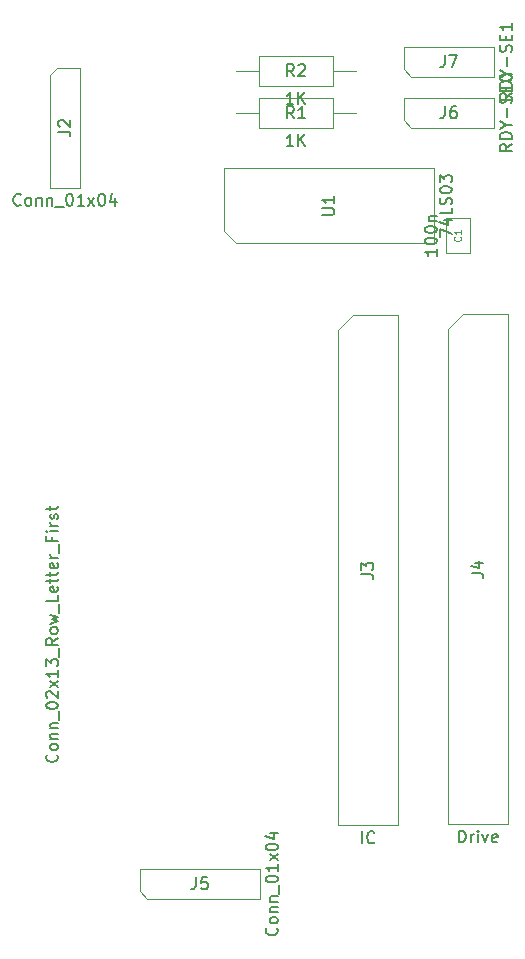
<source format=gbr>
%TF.GenerationSoftware,KiCad,Pcbnew,(5.1.10)-1*%
%TF.CreationDate,2024-05-08T08:20:22+02:00*%
%TF.ProjectId,KC85-FDD_IN,4b433835-2d46-4444-945f-494e2e6b6963,rev?*%
%TF.SameCoordinates,Original*%
%TF.FileFunction,Other,Fab,Top*%
%FSLAX46Y46*%
G04 Gerber Fmt 4.6, Leading zero omitted, Abs format (unit mm)*
G04 Created by KiCad (PCBNEW (5.1.10)-1) date 2024-05-08 08:20:22*
%MOMM*%
%LPD*%
G01*
G04 APERTURE LIST*
%ADD10C,0.100000*%
%ADD11C,0.150000*%
%ADD12C,0.090000*%
G04 APERTURE END LIST*
D10*
%TO.C,U1*%
X112506000Y-95631000D02*
X111506000Y-94631000D01*
X129286000Y-95631000D02*
X112506000Y-95631000D01*
X129286000Y-89281000D02*
X129286000Y-95631000D01*
X111506000Y-89281000D02*
X129286000Y-89281000D01*
X111506000Y-94631000D02*
X111506000Y-89281000D01*
%TO.C,R2*%
X122682000Y-81026000D02*
X120752000Y-81026000D01*
X112522000Y-81026000D02*
X114452000Y-81026000D01*
X120752000Y-79776000D02*
X114452000Y-79776000D01*
X120752000Y-82276000D02*
X120752000Y-79776000D01*
X114452000Y-82276000D02*
X120752000Y-82276000D01*
X114452000Y-79776000D02*
X114452000Y-82276000D01*
%TO.C,R1*%
X122682000Y-84582000D02*
X120752000Y-84582000D01*
X112522000Y-84582000D02*
X114452000Y-84582000D01*
X120752000Y-83332000D02*
X114452000Y-83332000D01*
X120752000Y-85832000D02*
X120752000Y-83332000D01*
X114452000Y-85832000D02*
X120752000Y-85832000D01*
X114452000Y-83332000D02*
X114452000Y-85832000D01*
%TO.C,J7*%
X127381000Y-81534000D02*
X126746000Y-80899000D01*
X134366000Y-81534000D02*
X127381000Y-81534000D01*
X134366000Y-78994000D02*
X134366000Y-81534000D01*
X126746000Y-78994000D02*
X134366000Y-78994000D01*
X126746000Y-80899000D02*
X126746000Y-78994000D01*
%TO.C,J6*%
X127381000Y-85852000D02*
X126746000Y-85217000D01*
X134366000Y-85852000D02*
X127381000Y-85852000D01*
X134366000Y-83312000D02*
X134366000Y-85852000D01*
X126746000Y-83312000D02*
X134366000Y-83312000D01*
X126746000Y-85217000D02*
X126746000Y-83312000D01*
%TO.C,J5*%
X105029000Y-151130000D02*
X104394000Y-150495000D01*
X114554000Y-151130000D02*
X105029000Y-151130000D01*
X114554000Y-148590000D02*
X114554000Y-151130000D01*
X104394000Y-148590000D02*
X114554000Y-148590000D01*
X104394000Y-150495000D02*
X104394000Y-148590000D01*
%TO.C,J4*%
X130482000Y-102926000D02*
X131752000Y-101656000D01*
X130482000Y-144836000D02*
X130482000Y-102926000D01*
X135562000Y-144836000D02*
X130482000Y-144836000D01*
X135562000Y-101656000D02*
X135562000Y-144836000D01*
X131752000Y-101656000D02*
X135562000Y-101656000D01*
%TO.C,J2*%
X96774000Y-81407000D02*
X97409000Y-80772000D01*
X96774000Y-90932000D02*
X96774000Y-81407000D01*
X99314000Y-90932000D02*
X96774000Y-90932000D01*
X99314000Y-80772000D02*
X99314000Y-90932000D01*
X97409000Y-80772000D02*
X99314000Y-80772000D01*
%TO.C,C1*%
X132318000Y-96476000D02*
X132318000Y-93476000D01*
X130318000Y-96476000D02*
X132318000Y-96476000D01*
X130318000Y-93476000D02*
X130318000Y-96476000D01*
X132318000Y-93476000D02*
X130318000Y-93476000D01*
%TO.C,J3*%
X122427000Y-101735001D02*
X126237000Y-101735001D01*
X126237000Y-101735001D02*
X126237000Y-144915001D01*
X126237000Y-144915001D02*
X121157000Y-144915001D01*
X121157000Y-144915001D02*
X121157000Y-103005001D01*
X121157000Y-103005001D02*
X122427000Y-101735001D01*
%TD*%
%TO.C,U1*%
D11*
X129798380Y-95098857D02*
X129798380Y-94432190D01*
X130798380Y-94860761D01*
X130131714Y-93622666D02*
X130798380Y-93622666D01*
X129750761Y-93860761D02*
X130465047Y-94098857D01*
X130465047Y-93479809D01*
X130798380Y-92622666D02*
X130798380Y-93098857D01*
X129798380Y-93098857D01*
X130750761Y-92336952D02*
X130798380Y-92194095D01*
X130798380Y-91956000D01*
X130750761Y-91860761D01*
X130703142Y-91813142D01*
X130607904Y-91765523D01*
X130512666Y-91765523D01*
X130417428Y-91813142D01*
X130369809Y-91860761D01*
X130322190Y-91956000D01*
X130274571Y-92146476D01*
X130226952Y-92241714D01*
X130179333Y-92289333D01*
X130084095Y-92336952D01*
X129988857Y-92336952D01*
X129893619Y-92289333D01*
X129846000Y-92241714D01*
X129798380Y-92146476D01*
X129798380Y-91908380D01*
X129846000Y-91765523D01*
X129798380Y-91146476D02*
X129798380Y-91051238D01*
X129846000Y-90956000D01*
X129893619Y-90908380D01*
X129988857Y-90860761D01*
X130179333Y-90813142D01*
X130417428Y-90813142D01*
X130607904Y-90860761D01*
X130703142Y-90908380D01*
X130750761Y-90956000D01*
X130798380Y-91051238D01*
X130798380Y-91146476D01*
X130750761Y-91241714D01*
X130703142Y-91289333D01*
X130607904Y-91336952D01*
X130417428Y-91384571D01*
X130179333Y-91384571D01*
X129988857Y-91336952D01*
X129893619Y-91289333D01*
X129846000Y-91241714D01*
X129798380Y-91146476D01*
X129798380Y-90479809D02*
X129798380Y-89860761D01*
X130179333Y-90194095D01*
X130179333Y-90051238D01*
X130226952Y-89956000D01*
X130274571Y-89908380D01*
X130369809Y-89860761D01*
X130607904Y-89860761D01*
X130703142Y-89908380D01*
X130750761Y-89956000D01*
X130798380Y-90051238D01*
X130798380Y-90336952D01*
X130750761Y-90432190D01*
X130703142Y-90479809D01*
X119848380Y-93217904D02*
X120657904Y-93217904D01*
X120753142Y-93170285D01*
X120800761Y-93122666D01*
X120848380Y-93027428D01*
X120848380Y-92836952D01*
X120800761Y-92741714D01*
X120753142Y-92694095D01*
X120657904Y-92646476D01*
X119848380Y-92646476D01*
X120848380Y-91646476D02*
X120848380Y-92217904D01*
X120848380Y-91932190D02*
X119848380Y-91932190D01*
X119991238Y-92027428D01*
X120086476Y-92122666D01*
X120134095Y-92217904D01*
%TO.C,R2*%
X117387714Y-83848380D02*
X116816285Y-83848380D01*
X117102000Y-83848380D02*
X117102000Y-82848380D01*
X117006761Y-82991238D01*
X116911523Y-83086476D01*
X116816285Y-83134095D01*
X117816285Y-83848380D02*
X117816285Y-82848380D01*
X118387714Y-83848380D02*
X117959142Y-83276952D01*
X118387714Y-82848380D02*
X117816285Y-83419809D01*
X117435333Y-81478380D02*
X117102000Y-81002190D01*
X116863904Y-81478380D02*
X116863904Y-80478380D01*
X117244857Y-80478380D01*
X117340095Y-80526000D01*
X117387714Y-80573619D01*
X117435333Y-80668857D01*
X117435333Y-80811714D01*
X117387714Y-80906952D01*
X117340095Y-80954571D01*
X117244857Y-81002190D01*
X116863904Y-81002190D01*
X117816285Y-80573619D02*
X117863904Y-80526000D01*
X117959142Y-80478380D01*
X118197238Y-80478380D01*
X118292476Y-80526000D01*
X118340095Y-80573619D01*
X118387714Y-80668857D01*
X118387714Y-80764095D01*
X118340095Y-80906952D01*
X117768666Y-81478380D01*
X118387714Y-81478380D01*
%TO.C,R1*%
X117387714Y-87404380D02*
X116816285Y-87404380D01*
X117102000Y-87404380D02*
X117102000Y-86404380D01*
X117006761Y-86547238D01*
X116911523Y-86642476D01*
X116816285Y-86690095D01*
X117816285Y-87404380D02*
X117816285Y-86404380D01*
X118387714Y-87404380D02*
X117959142Y-86832952D01*
X118387714Y-86404380D02*
X117816285Y-86975809D01*
X117435333Y-85034380D02*
X117102000Y-84558190D01*
X116863904Y-85034380D02*
X116863904Y-84034380D01*
X117244857Y-84034380D01*
X117340095Y-84082000D01*
X117387714Y-84129619D01*
X117435333Y-84224857D01*
X117435333Y-84367714D01*
X117387714Y-84462952D01*
X117340095Y-84510571D01*
X117244857Y-84558190D01*
X116863904Y-84558190D01*
X118387714Y-85034380D02*
X117816285Y-85034380D01*
X118102000Y-85034380D02*
X118102000Y-84034380D01*
X118006761Y-84177238D01*
X117911523Y-84272476D01*
X117816285Y-84320095D01*
%TO.C,J7*%
X135878380Y-82906857D02*
X135402190Y-83240190D01*
X135878380Y-83478285D02*
X134878380Y-83478285D01*
X134878380Y-83097333D01*
X134926000Y-83002095D01*
X134973619Y-82954476D01*
X135068857Y-82906857D01*
X135211714Y-82906857D01*
X135306952Y-82954476D01*
X135354571Y-83002095D01*
X135402190Y-83097333D01*
X135402190Y-83478285D01*
X135878380Y-82478285D02*
X134878380Y-82478285D01*
X134878380Y-82240190D01*
X134926000Y-82097333D01*
X135021238Y-82002095D01*
X135116476Y-81954476D01*
X135306952Y-81906857D01*
X135449809Y-81906857D01*
X135640285Y-81954476D01*
X135735523Y-82002095D01*
X135830761Y-82097333D01*
X135878380Y-82240190D01*
X135878380Y-82478285D01*
X135402190Y-81287809D02*
X135878380Y-81287809D01*
X134878380Y-81621142D02*
X135402190Y-81287809D01*
X134878380Y-80954476D01*
X135497428Y-80621142D02*
X135497428Y-79859238D01*
X135830761Y-79430666D02*
X135878380Y-79287809D01*
X135878380Y-79049714D01*
X135830761Y-78954476D01*
X135783142Y-78906857D01*
X135687904Y-78859238D01*
X135592666Y-78859238D01*
X135497428Y-78906857D01*
X135449809Y-78954476D01*
X135402190Y-79049714D01*
X135354571Y-79240190D01*
X135306952Y-79335428D01*
X135259333Y-79383047D01*
X135164095Y-79430666D01*
X135068857Y-79430666D01*
X134973619Y-79383047D01*
X134926000Y-79335428D01*
X134878380Y-79240190D01*
X134878380Y-79002095D01*
X134926000Y-78859238D01*
X135354571Y-78430666D02*
X135354571Y-78097333D01*
X135878380Y-77954476D02*
X135878380Y-78430666D01*
X134878380Y-78430666D01*
X134878380Y-77954476D01*
X135878380Y-77002095D02*
X135878380Y-77573523D01*
X135878380Y-77287809D02*
X134878380Y-77287809D01*
X135021238Y-77383047D01*
X135116476Y-77478285D01*
X135164095Y-77573523D01*
X130222666Y-79716380D02*
X130222666Y-80430666D01*
X130175047Y-80573523D01*
X130079809Y-80668761D01*
X129936952Y-80716380D01*
X129841714Y-80716380D01*
X130603619Y-79716380D02*
X131270285Y-79716380D01*
X130841714Y-80716380D01*
%TO.C,J6*%
X135878380Y-87224857D02*
X135402190Y-87558190D01*
X135878380Y-87796285D02*
X134878380Y-87796285D01*
X134878380Y-87415333D01*
X134926000Y-87320095D01*
X134973619Y-87272476D01*
X135068857Y-87224857D01*
X135211714Y-87224857D01*
X135306952Y-87272476D01*
X135354571Y-87320095D01*
X135402190Y-87415333D01*
X135402190Y-87796285D01*
X135878380Y-86796285D02*
X134878380Y-86796285D01*
X134878380Y-86558190D01*
X134926000Y-86415333D01*
X135021238Y-86320095D01*
X135116476Y-86272476D01*
X135306952Y-86224857D01*
X135449809Y-86224857D01*
X135640285Y-86272476D01*
X135735523Y-86320095D01*
X135830761Y-86415333D01*
X135878380Y-86558190D01*
X135878380Y-86796285D01*
X135402190Y-85605809D02*
X135878380Y-85605809D01*
X134878380Y-85939142D02*
X135402190Y-85605809D01*
X134878380Y-85272476D01*
X135497428Y-84939142D02*
X135497428Y-84177238D01*
X135830761Y-83748666D02*
X135878380Y-83605809D01*
X135878380Y-83367714D01*
X135830761Y-83272476D01*
X135783142Y-83224857D01*
X135687904Y-83177238D01*
X135592666Y-83177238D01*
X135497428Y-83224857D01*
X135449809Y-83272476D01*
X135402190Y-83367714D01*
X135354571Y-83558190D01*
X135306952Y-83653428D01*
X135259333Y-83701047D01*
X135164095Y-83748666D01*
X135068857Y-83748666D01*
X134973619Y-83701047D01*
X134926000Y-83653428D01*
X134878380Y-83558190D01*
X134878380Y-83320095D01*
X134926000Y-83177238D01*
X135354571Y-82748666D02*
X135354571Y-82415333D01*
X135878380Y-82272476D02*
X135878380Y-82748666D01*
X134878380Y-82748666D01*
X134878380Y-82272476D01*
X134878380Y-81653428D02*
X134878380Y-81558190D01*
X134926000Y-81462952D01*
X134973619Y-81415333D01*
X135068857Y-81367714D01*
X135259333Y-81320095D01*
X135497428Y-81320095D01*
X135687904Y-81367714D01*
X135783142Y-81415333D01*
X135830761Y-81462952D01*
X135878380Y-81558190D01*
X135878380Y-81653428D01*
X135830761Y-81748666D01*
X135783142Y-81796285D01*
X135687904Y-81843904D01*
X135497428Y-81891523D01*
X135259333Y-81891523D01*
X135068857Y-81843904D01*
X134973619Y-81796285D01*
X134926000Y-81748666D01*
X134878380Y-81653428D01*
X130222666Y-84034380D02*
X130222666Y-84748666D01*
X130175047Y-84891523D01*
X130079809Y-84986761D01*
X129936952Y-85034380D01*
X129841714Y-85034380D01*
X131127428Y-84034380D02*
X130936952Y-84034380D01*
X130841714Y-84082000D01*
X130794095Y-84129619D01*
X130698857Y-84272476D01*
X130651238Y-84462952D01*
X130651238Y-84843904D01*
X130698857Y-84939142D01*
X130746476Y-84986761D01*
X130841714Y-85034380D01*
X131032190Y-85034380D01*
X131127428Y-84986761D01*
X131175047Y-84939142D01*
X131222666Y-84843904D01*
X131222666Y-84605809D01*
X131175047Y-84510571D01*
X131127428Y-84462952D01*
X131032190Y-84415333D01*
X130841714Y-84415333D01*
X130746476Y-84462952D01*
X130698857Y-84510571D01*
X130651238Y-84605809D01*
%TO.C,J5*%
X115971142Y-153598095D02*
X116018761Y-153645714D01*
X116066380Y-153788571D01*
X116066380Y-153883809D01*
X116018761Y-154026666D01*
X115923523Y-154121904D01*
X115828285Y-154169523D01*
X115637809Y-154217142D01*
X115494952Y-154217142D01*
X115304476Y-154169523D01*
X115209238Y-154121904D01*
X115114000Y-154026666D01*
X115066380Y-153883809D01*
X115066380Y-153788571D01*
X115114000Y-153645714D01*
X115161619Y-153598095D01*
X116066380Y-153026666D02*
X116018761Y-153121904D01*
X115971142Y-153169523D01*
X115875904Y-153217142D01*
X115590190Y-153217142D01*
X115494952Y-153169523D01*
X115447333Y-153121904D01*
X115399714Y-153026666D01*
X115399714Y-152883809D01*
X115447333Y-152788571D01*
X115494952Y-152740952D01*
X115590190Y-152693333D01*
X115875904Y-152693333D01*
X115971142Y-152740952D01*
X116018761Y-152788571D01*
X116066380Y-152883809D01*
X116066380Y-153026666D01*
X115399714Y-152264761D02*
X116066380Y-152264761D01*
X115494952Y-152264761D02*
X115447333Y-152217142D01*
X115399714Y-152121904D01*
X115399714Y-151979047D01*
X115447333Y-151883809D01*
X115542571Y-151836190D01*
X116066380Y-151836190D01*
X115399714Y-151360000D02*
X116066380Y-151360000D01*
X115494952Y-151360000D02*
X115447333Y-151312380D01*
X115399714Y-151217142D01*
X115399714Y-151074285D01*
X115447333Y-150979047D01*
X115542571Y-150931428D01*
X116066380Y-150931428D01*
X116161619Y-150693333D02*
X116161619Y-149931428D01*
X115066380Y-149502857D02*
X115066380Y-149407619D01*
X115114000Y-149312380D01*
X115161619Y-149264761D01*
X115256857Y-149217142D01*
X115447333Y-149169523D01*
X115685428Y-149169523D01*
X115875904Y-149217142D01*
X115971142Y-149264761D01*
X116018761Y-149312380D01*
X116066380Y-149407619D01*
X116066380Y-149502857D01*
X116018761Y-149598095D01*
X115971142Y-149645714D01*
X115875904Y-149693333D01*
X115685428Y-149740952D01*
X115447333Y-149740952D01*
X115256857Y-149693333D01*
X115161619Y-149645714D01*
X115114000Y-149598095D01*
X115066380Y-149502857D01*
X116066380Y-148217142D02*
X116066380Y-148788571D01*
X116066380Y-148502857D02*
X115066380Y-148502857D01*
X115209238Y-148598095D01*
X115304476Y-148693333D01*
X115352095Y-148788571D01*
X116066380Y-147883809D02*
X115399714Y-147360000D01*
X115399714Y-147883809D02*
X116066380Y-147360000D01*
X115066380Y-146788571D02*
X115066380Y-146693333D01*
X115114000Y-146598095D01*
X115161619Y-146550476D01*
X115256857Y-146502857D01*
X115447333Y-146455238D01*
X115685428Y-146455238D01*
X115875904Y-146502857D01*
X115971142Y-146550476D01*
X116018761Y-146598095D01*
X116066380Y-146693333D01*
X116066380Y-146788571D01*
X116018761Y-146883809D01*
X115971142Y-146931428D01*
X115875904Y-146979047D01*
X115685428Y-147026666D01*
X115447333Y-147026666D01*
X115256857Y-146979047D01*
X115161619Y-146931428D01*
X115114000Y-146883809D01*
X115066380Y-146788571D01*
X115399714Y-145598095D02*
X116066380Y-145598095D01*
X115018761Y-145836190D02*
X115733047Y-146074285D01*
X115733047Y-145455238D01*
X109140666Y-149312380D02*
X109140666Y-150026666D01*
X109093047Y-150169523D01*
X108997809Y-150264761D01*
X108854952Y-150312380D01*
X108759714Y-150312380D01*
X110093047Y-149312380D02*
X109616857Y-149312380D01*
X109569238Y-149788571D01*
X109616857Y-149740952D01*
X109712095Y-149693333D01*
X109950190Y-149693333D01*
X110045428Y-149740952D01*
X110093047Y-149788571D01*
X110140666Y-149883809D01*
X110140666Y-150121904D01*
X110093047Y-150217142D01*
X110045428Y-150264761D01*
X109950190Y-150312380D01*
X109712095Y-150312380D01*
X109616857Y-150264761D01*
X109569238Y-150217142D01*
%TO.C,J4*%
X131402952Y-146348380D02*
X131402952Y-145348380D01*
X131641047Y-145348380D01*
X131783904Y-145396000D01*
X131879142Y-145491238D01*
X131926761Y-145586476D01*
X131974380Y-145776952D01*
X131974380Y-145919809D01*
X131926761Y-146110285D01*
X131879142Y-146205523D01*
X131783904Y-146300761D01*
X131641047Y-146348380D01*
X131402952Y-146348380D01*
X132402952Y-146348380D02*
X132402952Y-145681714D01*
X132402952Y-145872190D02*
X132450571Y-145776952D01*
X132498190Y-145729333D01*
X132593428Y-145681714D01*
X132688666Y-145681714D01*
X133022000Y-146348380D02*
X133022000Y-145681714D01*
X133022000Y-145348380D02*
X132974380Y-145396000D01*
X133022000Y-145443619D01*
X133069619Y-145396000D01*
X133022000Y-145348380D01*
X133022000Y-145443619D01*
X133402952Y-145681714D02*
X133641047Y-146348380D01*
X133879142Y-145681714D01*
X134641047Y-146300761D02*
X134545809Y-146348380D01*
X134355333Y-146348380D01*
X134260095Y-146300761D01*
X134212476Y-146205523D01*
X134212476Y-145824571D01*
X134260095Y-145729333D01*
X134355333Y-145681714D01*
X134545809Y-145681714D01*
X134641047Y-145729333D01*
X134688666Y-145824571D01*
X134688666Y-145919809D01*
X134212476Y-146015047D01*
X132474380Y-123579333D02*
X133188666Y-123579333D01*
X133331523Y-123626952D01*
X133426761Y-123722190D01*
X133474380Y-123865047D01*
X133474380Y-123960285D01*
X132807714Y-122674571D02*
X133474380Y-122674571D01*
X132426761Y-122912666D02*
X133141047Y-123150761D01*
X133141047Y-122531714D01*
%TO.C,J2*%
X94305904Y-92349142D02*
X94258285Y-92396761D01*
X94115428Y-92444380D01*
X94020190Y-92444380D01*
X93877333Y-92396761D01*
X93782095Y-92301523D01*
X93734476Y-92206285D01*
X93686857Y-92015809D01*
X93686857Y-91872952D01*
X93734476Y-91682476D01*
X93782095Y-91587238D01*
X93877333Y-91492000D01*
X94020190Y-91444380D01*
X94115428Y-91444380D01*
X94258285Y-91492000D01*
X94305904Y-91539619D01*
X94877333Y-92444380D02*
X94782095Y-92396761D01*
X94734476Y-92349142D01*
X94686857Y-92253904D01*
X94686857Y-91968190D01*
X94734476Y-91872952D01*
X94782095Y-91825333D01*
X94877333Y-91777714D01*
X95020190Y-91777714D01*
X95115428Y-91825333D01*
X95163047Y-91872952D01*
X95210666Y-91968190D01*
X95210666Y-92253904D01*
X95163047Y-92349142D01*
X95115428Y-92396761D01*
X95020190Y-92444380D01*
X94877333Y-92444380D01*
X95639238Y-91777714D02*
X95639238Y-92444380D01*
X95639238Y-91872952D02*
X95686857Y-91825333D01*
X95782095Y-91777714D01*
X95924952Y-91777714D01*
X96020190Y-91825333D01*
X96067809Y-91920571D01*
X96067809Y-92444380D01*
X96544000Y-91777714D02*
X96544000Y-92444380D01*
X96544000Y-91872952D02*
X96591619Y-91825333D01*
X96686857Y-91777714D01*
X96829714Y-91777714D01*
X96924952Y-91825333D01*
X96972571Y-91920571D01*
X96972571Y-92444380D01*
X97210666Y-92539619D02*
X97972571Y-92539619D01*
X98401142Y-91444380D02*
X98496380Y-91444380D01*
X98591619Y-91492000D01*
X98639238Y-91539619D01*
X98686857Y-91634857D01*
X98734476Y-91825333D01*
X98734476Y-92063428D01*
X98686857Y-92253904D01*
X98639238Y-92349142D01*
X98591619Y-92396761D01*
X98496380Y-92444380D01*
X98401142Y-92444380D01*
X98305904Y-92396761D01*
X98258285Y-92349142D01*
X98210666Y-92253904D01*
X98163047Y-92063428D01*
X98163047Y-91825333D01*
X98210666Y-91634857D01*
X98258285Y-91539619D01*
X98305904Y-91492000D01*
X98401142Y-91444380D01*
X99686857Y-92444380D02*
X99115428Y-92444380D01*
X99401142Y-92444380D02*
X99401142Y-91444380D01*
X99305904Y-91587238D01*
X99210666Y-91682476D01*
X99115428Y-91730095D01*
X100020190Y-92444380D02*
X100544000Y-91777714D01*
X100020190Y-91777714D02*
X100544000Y-92444380D01*
X101115428Y-91444380D02*
X101210666Y-91444380D01*
X101305904Y-91492000D01*
X101353523Y-91539619D01*
X101401142Y-91634857D01*
X101448761Y-91825333D01*
X101448761Y-92063428D01*
X101401142Y-92253904D01*
X101353523Y-92349142D01*
X101305904Y-92396761D01*
X101210666Y-92444380D01*
X101115428Y-92444380D01*
X101020190Y-92396761D01*
X100972571Y-92349142D01*
X100924952Y-92253904D01*
X100877333Y-92063428D01*
X100877333Y-91825333D01*
X100924952Y-91634857D01*
X100972571Y-91539619D01*
X101020190Y-91492000D01*
X101115428Y-91444380D01*
X102305904Y-91777714D02*
X102305904Y-92444380D01*
X102067809Y-91396761D02*
X101829714Y-92111047D01*
X102448761Y-92111047D01*
X97496380Y-86185333D02*
X98210666Y-86185333D01*
X98353523Y-86232952D01*
X98448761Y-86328190D01*
X98496380Y-86471047D01*
X98496380Y-86566285D01*
X97591619Y-85756761D02*
X97544000Y-85709142D01*
X97496380Y-85613904D01*
X97496380Y-85375809D01*
X97544000Y-85280571D01*
X97591619Y-85232952D01*
X97686857Y-85185333D01*
X97782095Y-85185333D01*
X97924952Y-85232952D01*
X98496380Y-85804380D01*
X98496380Y-85185333D01*
%TO.C,C1*%
X129520380Y-96095047D02*
X129520380Y-96666476D01*
X129520380Y-96380761D02*
X128520380Y-96380761D01*
X128663238Y-96476000D01*
X128758476Y-96571238D01*
X128806095Y-96666476D01*
X128520380Y-95476000D02*
X128520380Y-95380761D01*
X128568000Y-95285523D01*
X128615619Y-95237904D01*
X128710857Y-95190285D01*
X128901333Y-95142666D01*
X129139428Y-95142666D01*
X129329904Y-95190285D01*
X129425142Y-95237904D01*
X129472761Y-95285523D01*
X129520380Y-95380761D01*
X129520380Y-95476000D01*
X129472761Y-95571238D01*
X129425142Y-95618857D01*
X129329904Y-95666476D01*
X129139428Y-95714095D01*
X128901333Y-95714095D01*
X128710857Y-95666476D01*
X128615619Y-95618857D01*
X128568000Y-95571238D01*
X128520380Y-95476000D01*
X128520380Y-94523619D02*
X128520380Y-94428380D01*
X128568000Y-94333142D01*
X128615619Y-94285523D01*
X128710857Y-94237904D01*
X128901333Y-94190285D01*
X129139428Y-94190285D01*
X129329904Y-94237904D01*
X129425142Y-94285523D01*
X129472761Y-94333142D01*
X129520380Y-94428380D01*
X129520380Y-94523619D01*
X129472761Y-94618857D01*
X129425142Y-94666476D01*
X129329904Y-94714095D01*
X129139428Y-94761714D01*
X128901333Y-94761714D01*
X128710857Y-94714095D01*
X128615619Y-94666476D01*
X128568000Y-94618857D01*
X128520380Y-94523619D01*
X128853714Y-93761714D02*
X129520380Y-93761714D01*
X128948952Y-93761714D02*
X128901333Y-93714095D01*
X128853714Y-93618857D01*
X128853714Y-93476000D01*
X128901333Y-93380761D01*
X128996571Y-93333142D01*
X129520380Y-93333142D01*
D12*
X131532285Y-95076000D02*
X131560857Y-95104571D01*
X131589428Y-95190285D01*
X131589428Y-95247428D01*
X131560857Y-95333142D01*
X131503714Y-95390285D01*
X131446571Y-95418857D01*
X131332285Y-95447428D01*
X131246571Y-95447428D01*
X131132285Y-95418857D01*
X131075142Y-95390285D01*
X131018000Y-95333142D01*
X130989428Y-95247428D01*
X130989428Y-95190285D01*
X131018000Y-95104571D01*
X131046571Y-95076000D01*
X131589428Y-94504571D02*
X131589428Y-94847428D01*
X131589428Y-94676000D02*
X130989428Y-94676000D01*
X131075142Y-94733142D01*
X131132285Y-94790285D01*
X131160857Y-94847428D01*
%TO.C,J1*%
D11*
X97369142Y-138916976D02*
X97416761Y-138964595D01*
X97464380Y-139107452D01*
X97464380Y-139202690D01*
X97416761Y-139345547D01*
X97321523Y-139440785D01*
X97226285Y-139488404D01*
X97035809Y-139536023D01*
X96892952Y-139536023D01*
X96702476Y-139488404D01*
X96607238Y-139440785D01*
X96512000Y-139345547D01*
X96464380Y-139202690D01*
X96464380Y-139107452D01*
X96512000Y-138964595D01*
X96559619Y-138916976D01*
X97464380Y-138345547D02*
X97416761Y-138440785D01*
X97369142Y-138488404D01*
X97273904Y-138536023D01*
X96988190Y-138536023D01*
X96892952Y-138488404D01*
X96845333Y-138440785D01*
X96797714Y-138345547D01*
X96797714Y-138202690D01*
X96845333Y-138107452D01*
X96892952Y-138059833D01*
X96988190Y-138012214D01*
X97273904Y-138012214D01*
X97369142Y-138059833D01*
X97416761Y-138107452D01*
X97464380Y-138202690D01*
X97464380Y-138345547D01*
X96797714Y-137583642D02*
X97464380Y-137583642D01*
X96892952Y-137583642D02*
X96845333Y-137536023D01*
X96797714Y-137440785D01*
X96797714Y-137297928D01*
X96845333Y-137202690D01*
X96940571Y-137155071D01*
X97464380Y-137155071D01*
X96797714Y-136678880D02*
X97464380Y-136678880D01*
X96892952Y-136678880D02*
X96845333Y-136631261D01*
X96797714Y-136536023D01*
X96797714Y-136393166D01*
X96845333Y-136297928D01*
X96940571Y-136250309D01*
X97464380Y-136250309D01*
X97559619Y-136012214D02*
X97559619Y-135250309D01*
X96464380Y-134821738D02*
X96464380Y-134726500D01*
X96512000Y-134631261D01*
X96559619Y-134583642D01*
X96654857Y-134536023D01*
X96845333Y-134488404D01*
X97083428Y-134488404D01*
X97273904Y-134536023D01*
X97369142Y-134583642D01*
X97416761Y-134631261D01*
X97464380Y-134726500D01*
X97464380Y-134821738D01*
X97416761Y-134916976D01*
X97369142Y-134964595D01*
X97273904Y-135012214D01*
X97083428Y-135059833D01*
X96845333Y-135059833D01*
X96654857Y-135012214D01*
X96559619Y-134964595D01*
X96512000Y-134916976D01*
X96464380Y-134821738D01*
X96559619Y-134107452D02*
X96512000Y-134059833D01*
X96464380Y-133964595D01*
X96464380Y-133726500D01*
X96512000Y-133631261D01*
X96559619Y-133583642D01*
X96654857Y-133536023D01*
X96750095Y-133536023D01*
X96892952Y-133583642D01*
X97464380Y-134155071D01*
X97464380Y-133536023D01*
X97464380Y-133202690D02*
X96797714Y-132678880D01*
X96797714Y-133202690D02*
X97464380Y-132678880D01*
X97464380Y-131774119D02*
X97464380Y-132345547D01*
X97464380Y-132059833D02*
X96464380Y-132059833D01*
X96607238Y-132155071D01*
X96702476Y-132250309D01*
X96750095Y-132345547D01*
X96464380Y-131440785D02*
X96464380Y-130821738D01*
X96845333Y-131155071D01*
X96845333Y-131012214D01*
X96892952Y-130916976D01*
X96940571Y-130869357D01*
X97035809Y-130821738D01*
X97273904Y-130821738D01*
X97369142Y-130869357D01*
X97416761Y-130916976D01*
X97464380Y-131012214D01*
X97464380Y-131297928D01*
X97416761Y-131393166D01*
X97369142Y-131440785D01*
X97559619Y-130631261D02*
X97559619Y-129869357D01*
X97464380Y-129059833D02*
X96988190Y-129393166D01*
X97464380Y-129631261D02*
X96464380Y-129631261D01*
X96464380Y-129250309D01*
X96512000Y-129155071D01*
X96559619Y-129107452D01*
X96654857Y-129059833D01*
X96797714Y-129059833D01*
X96892952Y-129107452D01*
X96940571Y-129155071D01*
X96988190Y-129250309D01*
X96988190Y-129631261D01*
X97464380Y-128488404D02*
X97416761Y-128583642D01*
X97369142Y-128631261D01*
X97273904Y-128678880D01*
X96988190Y-128678880D01*
X96892952Y-128631261D01*
X96845333Y-128583642D01*
X96797714Y-128488404D01*
X96797714Y-128345547D01*
X96845333Y-128250309D01*
X96892952Y-128202690D01*
X96988190Y-128155071D01*
X97273904Y-128155071D01*
X97369142Y-128202690D01*
X97416761Y-128250309D01*
X97464380Y-128345547D01*
X97464380Y-128488404D01*
X96797714Y-127821738D02*
X97464380Y-127631261D01*
X96988190Y-127440785D01*
X97464380Y-127250309D01*
X96797714Y-127059833D01*
X97559619Y-126916976D02*
X97559619Y-126155071D01*
X97464380Y-125440785D02*
X97464380Y-125916976D01*
X96464380Y-125916976D01*
X97416761Y-124726500D02*
X97464380Y-124821738D01*
X97464380Y-125012214D01*
X97416761Y-125107452D01*
X97321523Y-125155071D01*
X96940571Y-125155071D01*
X96845333Y-125107452D01*
X96797714Y-125012214D01*
X96797714Y-124821738D01*
X96845333Y-124726500D01*
X96940571Y-124678880D01*
X97035809Y-124678880D01*
X97131047Y-125155071D01*
X96797714Y-124393166D02*
X96797714Y-124012214D01*
X96464380Y-124250309D02*
X97321523Y-124250309D01*
X97416761Y-124202690D01*
X97464380Y-124107452D01*
X97464380Y-124012214D01*
X96797714Y-123821738D02*
X96797714Y-123440785D01*
X96464380Y-123678880D02*
X97321523Y-123678880D01*
X97416761Y-123631261D01*
X97464380Y-123536023D01*
X97464380Y-123440785D01*
X97416761Y-122726500D02*
X97464380Y-122821738D01*
X97464380Y-123012214D01*
X97416761Y-123107452D01*
X97321523Y-123155071D01*
X96940571Y-123155071D01*
X96845333Y-123107452D01*
X96797714Y-123012214D01*
X96797714Y-122821738D01*
X96845333Y-122726500D01*
X96940571Y-122678880D01*
X97035809Y-122678880D01*
X97131047Y-123155071D01*
X97464380Y-122250309D02*
X96797714Y-122250309D01*
X96988190Y-122250309D02*
X96892952Y-122202690D01*
X96845333Y-122155071D01*
X96797714Y-122059833D01*
X96797714Y-121964595D01*
X97559619Y-121869357D02*
X97559619Y-121107452D01*
X96940571Y-120536023D02*
X96940571Y-120869357D01*
X97464380Y-120869357D02*
X96464380Y-120869357D01*
X96464380Y-120393166D01*
X97464380Y-120012214D02*
X96797714Y-120012214D01*
X96464380Y-120012214D02*
X96512000Y-120059833D01*
X96559619Y-120012214D01*
X96512000Y-119964595D01*
X96464380Y-120012214D01*
X96559619Y-120012214D01*
X97464380Y-119536023D02*
X96797714Y-119536023D01*
X96988190Y-119536023D02*
X96892952Y-119488404D01*
X96845333Y-119440785D01*
X96797714Y-119345547D01*
X96797714Y-119250309D01*
X97416761Y-118964595D02*
X97464380Y-118869357D01*
X97464380Y-118678880D01*
X97416761Y-118583642D01*
X97321523Y-118536023D01*
X97273904Y-118536023D01*
X97178666Y-118583642D01*
X97131047Y-118678880D01*
X97131047Y-118821738D01*
X97083428Y-118916976D01*
X96988190Y-118964595D01*
X96940571Y-118964595D01*
X96845333Y-118916976D01*
X96797714Y-118821738D01*
X96797714Y-118678880D01*
X96845333Y-118583642D01*
X96797714Y-118250309D02*
X96797714Y-117869357D01*
X96464380Y-118107452D02*
X97321523Y-118107452D01*
X97416761Y-118059833D01*
X97464380Y-117964595D01*
X97464380Y-117869357D01*
%TO.C,J3*%
X123197000Y-146427381D02*
X123197000Y-145427381D01*
X124244619Y-146332143D02*
X124197000Y-146379762D01*
X124054142Y-146427381D01*
X123958904Y-146427381D01*
X123816047Y-146379762D01*
X123720809Y-146284524D01*
X123673190Y-146189286D01*
X123625571Y-145998810D01*
X123625571Y-145855953D01*
X123673190Y-145665477D01*
X123720809Y-145570239D01*
X123816047Y-145475001D01*
X123958904Y-145427381D01*
X124054142Y-145427381D01*
X124197000Y-145475001D01*
X124244619Y-145522620D01*
X123149380Y-123658334D02*
X123863666Y-123658334D01*
X124006523Y-123705953D01*
X124101761Y-123801191D01*
X124149380Y-123944048D01*
X124149380Y-124039286D01*
X123149380Y-123277381D02*
X123149380Y-122658334D01*
X123530333Y-122991667D01*
X123530333Y-122848810D01*
X123577952Y-122753572D01*
X123625571Y-122705953D01*
X123720809Y-122658334D01*
X123958904Y-122658334D01*
X124054142Y-122705953D01*
X124101761Y-122753572D01*
X124149380Y-122848810D01*
X124149380Y-123134524D01*
X124101761Y-123229762D01*
X124054142Y-123277381D01*
%TD*%
M02*

</source>
